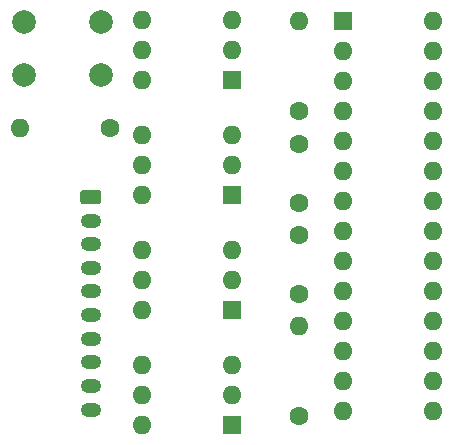
<source format=gbr>
G04 #@! TF.GenerationSoftware,KiCad,Pcbnew,(5.1.2)-1*
G04 #@! TF.CreationDate,2019-12-30T19:16:01+01:00*
G04 #@! TF.ProjectId,Winner_RGB_M3A_MOD,57696e6e-6572-45f5-9247-425f4d33415f,rev?*
G04 #@! TF.SameCoordinates,Original*
G04 #@! TF.FileFunction,Soldermask,Top*
G04 #@! TF.FilePolarity,Negative*
%FSLAX46Y46*%
G04 Gerber Fmt 4.6, Leading zero omitted, Abs format (unit mm)*
G04 Created by KiCad (PCBNEW (5.1.2)-1) date 2019-12-30 19:16:01*
%MOMM*%
%LPD*%
G04 APERTURE LIST*
%ADD10O,1.750000X1.200000*%
%ADD11C,0.100000*%
%ADD12C,1.200000*%
%ADD13O,1.600000X1.600000*%
%ADD14R,1.600000X1.600000*%
%ADD15C,1.600000*%
%ADD16C,2.000000*%
G04 APERTURE END LIST*
D10*
X88138000Y-112869000D03*
X88138000Y-110869000D03*
X88138000Y-108869000D03*
X88138000Y-106869000D03*
X88138000Y-104869000D03*
X88138000Y-102869000D03*
X88138000Y-100869000D03*
X88138000Y-98869000D03*
X88138000Y-96869000D03*
D11*
G36*
X88787505Y-94270204D02*
G01*
X88811773Y-94273804D01*
X88835572Y-94279765D01*
X88858671Y-94288030D01*
X88880850Y-94298520D01*
X88901893Y-94311132D01*
X88921599Y-94325747D01*
X88939777Y-94342223D01*
X88956253Y-94360401D01*
X88970868Y-94380107D01*
X88983480Y-94401150D01*
X88993970Y-94423329D01*
X89002235Y-94446428D01*
X89008196Y-94470227D01*
X89011796Y-94494495D01*
X89013000Y-94518999D01*
X89013000Y-95219001D01*
X89011796Y-95243505D01*
X89008196Y-95267773D01*
X89002235Y-95291572D01*
X88993970Y-95314671D01*
X88983480Y-95336850D01*
X88970868Y-95357893D01*
X88956253Y-95377599D01*
X88939777Y-95395777D01*
X88921599Y-95412253D01*
X88901893Y-95426868D01*
X88880850Y-95439480D01*
X88858671Y-95449970D01*
X88835572Y-95458235D01*
X88811773Y-95464196D01*
X88787505Y-95467796D01*
X88763001Y-95469000D01*
X87512999Y-95469000D01*
X87488495Y-95467796D01*
X87464227Y-95464196D01*
X87440428Y-95458235D01*
X87417329Y-95449970D01*
X87395150Y-95439480D01*
X87374107Y-95426868D01*
X87354401Y-95412253D01*
X87336223Y-95395777D01*
X87319747Y-95377599D01*
X87305132Y-95357893D01*
X87292520Y-95336850D01*
X87282030Y-95314671D01*
X87273765Y-95291572D01*
X87267804Y-95267773D01*
X87264204Y-95243505D01*
X87263000Y-95219001D01*
X87263000Y-94518999D01*
X87264204Y-94494495D01*
X87267804Y-94470227D01*
X87273765Y-94446428D01*
X87282030Y-94423329D01*
X87292520Y-94401150D01*
X87305132Y-94380107D01*
X87319747Y-94360401D01*
X87336223Y-94342223D01*
X87354401Y-94325747D01*
X87374107Y-94311132D01*
X87395150Y-94298520D01*
X87417329Y-94288030D01*
X87440428Y-94279765D01*
X87464227Y-94273804D01*
X87488495Y-94270204D01*
X87512999Y-94269000D01*
X88763001Y-94269000D01*
X88787505Y-94270204D01*
X88787505Y-94270204D01*
G37*
D12*
X88138000Y-94869000D03*
D13*
X92456000Y-114173000D03*
X100076000Y-109093000D03*
X92456000Y-111633000D03*
X100076000Y-111633000D03*
X92456000Y-109093000D03*
D14*
X100076000Y-114173000D03*
D15*
X105791000Y-98070666D03*
X105791000Y-103070666D03*
D16*
X82527000Y-84582000D03*
X82527000Y-80082000D03*
X89027000Y-84582000D03*
X89027000Y-80082000D03*
D13*
X92456000Y-94699666D03*
X100076000Y-89619666D03*
X92456000Y-92159666D03*
X100076000Y-92159666D03*
X92456000Y-89619666D03*
D14*
X100076000Y-94699666D03*
D13*
X82169000Y-89027000D03*
D15*
X89789000Y-89027000D03*
D13*
X105791000Y-80010000D03*
D15*
X105791000Y-87630000D03*
D13*
X105791000Y-105791000D03*
D15*
X105791000Y-113411000D03*
X105791000Y-90350333D03*
X105791000Y-95350333D03*
D13*
X117094000Y-80010000D03*
X109474000Y-113030000D03*
X117094000Y-82550000D03*
X109474000Y-110490000D03*
X117094000Y-85090000D03*
X109474000Y-107950000D03*
X117094000Y-87630000D03*
X109474000Y-105410000D03*
X117094000Y-90170000D03*
X109474000Y-102870000D03*
X117094000Y-92710000D03*
X109474000Y-100330000D03*
X117094000Y-95250000D03*
X109474000Y-97790000D03*
X117094000Y-97790000D03*
X109474000Y-95250000D03*
X117094000Y-100330000D03*
X109474000Y-92710000D03*
X117094000Y-102870000D03*
X109474000Y-90170000D03*
X117094000Y-105410000D03*
X109474000Y-87630000D03*
X117094000Y-107950000D03*
X109474000Y-85090000D03*
X117094000Y-110490000D03*
X109474000Y-82550000D03*
X117094000Y-113030000D03*
D14*
X109474000Y-80010000D03*
D13*
X92456000Y-104436332D03*
X100076000Y-99356332D03*
X92456000Y-101896332D03*
X100076000Y-101896332D03*
X92456000Y-99356332D03*
D14*
X100076000Y-104436332D03*
D13*
X92456000Y-84963000D03*
X100076000Y-79883000D03*
X92456000Y-82423000D03*
X100076000Y-82423000D03*
X92456000Y-79883000D03*
D14*
X100076000Y-84963000D03*
M02*

</source>
